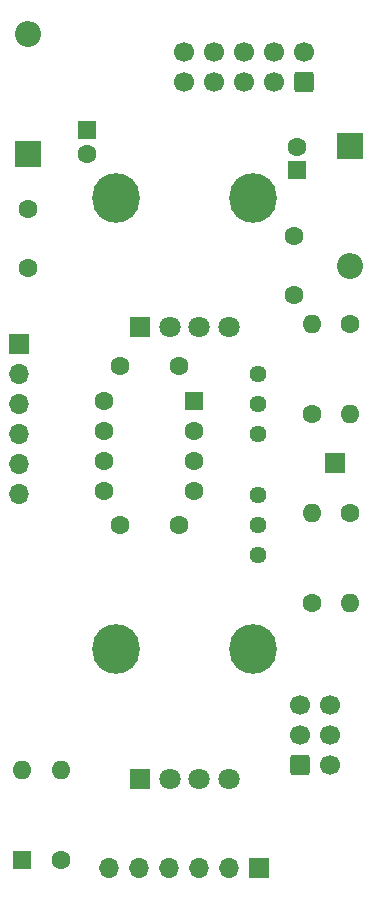
<source format=gts>
%TF.GenerationSoftware,KiCad,Pcbnew,9.0.0*%
%TF.CreationDate,2025-03-02T11:48:58+01:00*%
%TF.ProjectId,DMH_Multiverter_PCB,444d485f-4d75-46c7-9469-766572746572,1*%
%TF.SameCoordinates,Original*%
%TF.FileFunction,Soldermask,Top*%
%TF.FilePolarity,Negative*%
%FSLAX46Y46*%
G04 Gerber Fmt 4.6, Leading zero omitted, Abs format (unit mm)*
G04 Created by KiCad (PCBNEW 9.0.0) date 2025-03-02 11:48:58*
%MOMM*%
%LPD*%
G01*
G04 APERTURE LIST*
G04 Aperture macros list*
%AMRoundRect*
0 Rectangle with rounded corners*
0 $1 Rounding radius*
0 $2 $3 $4 $5 $6 $7 $8 $9 X,Y pos of 4 corners*
0 Add a 4 corners polygon primitive as box body*
4,1,4,$2,$3,$4,$5,$6,$7,$8,$9,$2,$3,0*
0 Add four circle primitives for the rounded corners*
1,1,$1+$1,$2,$3*
1,1,$1+$1,$4,$5*
1,1,$1+$1,$6,$7*
1,1,$1+$1,$8,$9*
0 Add four rect primitives between the rounded corners*
20,1,$1+$1,$2,$3,$4,$5,0*
20,1,$1+$1,$4,$5,$6,$7,0*
20,1,$1+$1,$6,$7,$8,$9,0*
20,1,$1+$1,$8,$9,$2,$3,0*%
G04 Aperture macros list end*
%ADD10O,4.000000X4.200000*%
%ADD11C,1.800000*%
%ADD12R,1.800000X1.800000*%
%ADD13R,1.700000X1.700000*%
%ADD14C,1.600000*%
%ADD15O,1.600000X1.600000*%
%ADD16RoundRect,0.250000X0.550000X0.550000X-0.550000X0.550000X-0.550000X-0.550000X0.550000X-0.550000X0*%
%ADD17R,2.200000X2.200000*%
%ADD18O,2.200000X2.200000*%
%ADD19O,1.700000X1.700000*%
%ADD20C,1.440000*%
%ADD21R,1.600000X1.600000*%
%ADD22RoundRect,0.250000X0.600000X-0.600000X0.600000X0.600000X-0.600000X0.600000X-0.600000X-0.600000X0*%
%ADD23C,1.700000*%
%ADD24RoundRect,0.250000X-0.600000X-0.600000X0.600000X-0.600000X0.600000X0.600000X-0.600000X0.600000X0*%
G04 APERTURE END LIST*
D10*
%TO.C,RV1*%
X77200000Y-58750000D03*
D11*
X86750000Y-69750000D03*
D10*
X88800000Y-58750000D03*
D12*
X79250000Y-69750000D03*
D11*
X81750000Y-69750000D03*
X84250000Y-69750000D03*
%TD*%
D13*
%TO.C,J0*%
X95750000Y-81250000D03*
%TD*%
D10*
%TO.C,RV2*%
X77200000Y-97000000D03*
D11*
X86750000Y-108000000D03*
D10*
X88800000Y-97000000D03*
D12*
X79250000Y-108000000D03*
D11*
X81750000Y-108000000D03*
X84250000Y-108000000D03*
%TD*%
D14*
%TO.C,R5*%
X72500000Y-114810000D03*
D15*
X72500000Y-107190000D03*
%TD*%
D14*
%TO.C,C6*%
X77500000Y-86500000D03*
X82500000Y-86500000D03*
%TD*%
D16*
%TO.C,U1*%
X83800000Y-75950000D03*
D14*
X83800000Y-78490000D03*
X83800000Y-81030000D03*
X83800000Y-83570000D03*
X76180000Y-83570000D03*
X76180000Y-81030000D03*
X76180000Y-78490000D03*
X76180000Y-75950000D03*
%TD*%
%TO.C,C4*%
X92250000Y-62000000D03*
X92250000Y-67000000D03*
%TD*%
%TO.C,R2*%
X97000000Y-69440000D03*
D15*
X97000000Y-77060000D03*
%TD*%
D17*
%TO.C,D2*%
X97000000Y-54420000D03*
D18*
X97000000Y-64580000D03*
%TD*%
D13*
%TO.C,J60*%
X89325000Y-115475000D03*
D19*
X86785000Y-115475000D03*
X84245000Y-115475000D03*
X81705000Y-115475000D03*
X79165000Y-115475000D03*
X76625000Y-115475000D03*
%TD*%
D20*
%TO.C,RV3*%
X89250000Y-78800000D03*
X89250000Y-76260000D03*
X89250000Y-73720000D03*
%TD*%
D14*
%TO.C,R1*%
X93750000Y-77060000D03*
D15*
X93750000Y-69440000D03*
%TD*%
D13*
%TO.C,J50*%
X68975000Y-71175000D03*
D19*
X68975000Y-73715000D03*
X68975000Y-76255000D03*
X68975000Y-78795000D03*
X68975000Y-81335000D03*
X68975000Y-83875000D03*
%TD*%
D17*
%TO.C,D1*%
X69750000Y-55080000D03*
D18*
X69750000Y-44920000D03*
%TD*%
D20*
%TO.C,RV4*%
X89250000Y-89050000D03*
X89250000Y-86510000D03*
X89250000Y-83970000D03*
%TD*%
D21*
%TO.C,C2*%
X92500000Y-56455113D03*
D14*
X92500000Y-54455113D03*
%TD*%
%TO.C,R4*%
X97000000Y-85440000D03*
D15*
X97000000Y-93060000D03*
%TD*%
D14*
%TO.C,R3*%
X93750000Y-93060000D03*
D15*
X93750000Y-85440000D03*
%TD*%
D14*
%TO.C,C5*%
X77500000Y-73000000D03*
X82500000Y-73000000D03*
%TD*%
%TO.C,C3*%
X69750000Y-59750000D03*
X69750000Y-64750000D03*
%TD*%
D22*
%TO.C,J100*%
X93080000Y-49002500D03*
D23*
X93080000Y-46462500D03*
X90540000Y-49002500D03*
X90540000Y-46462500D03*
X88000000Y-49002500D03*
X88000000Y-46462500D03*
X85460000Y-49002500D03*
X85460000Y-46462500D03*
X82920000Y-49002500D03*
X82920000Y-46462500D03*
%TD*%
D21*
%TO.C,C1*%
X74750000Y-53044888D03*
D14*
X74750000Y-55044888D03*
%TD*%
D21*
%TO.C,D3*%
X69250000Y-114810000D03*
D15*
X69250000Y-107190000D03*
%TD*%
D24*
%TO.C,J200*%
X92747500Y-106790000D03*
D23*
X92747500Y-104250000D03*
X92747500Y-101710000D03*
X95287500Y-106790000D03*
X95287500Y-104250000D03*
X95287500Y-101710000D03*
%TD*%
M02*

</source>
